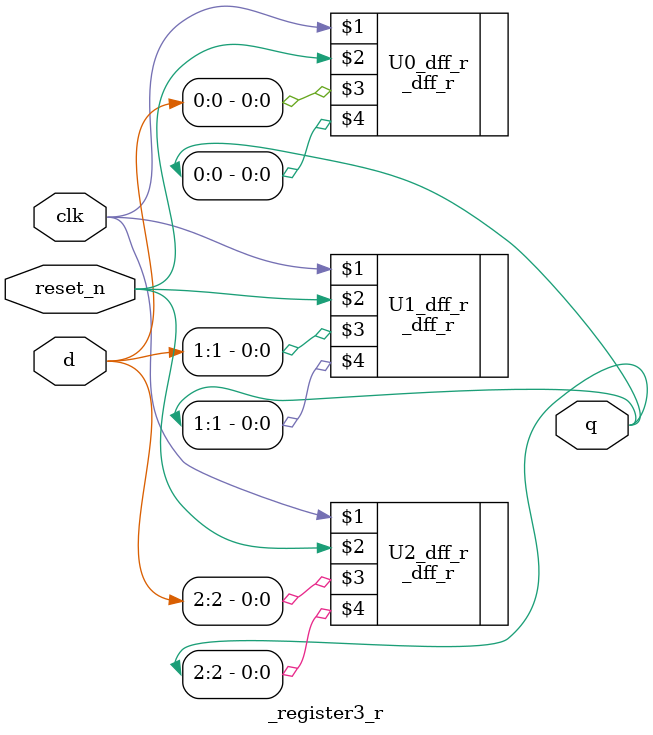
<source format=v>
module _register3_r(clk, reset_n, d, q);
input clk, reset_n;
input[2:0] d;
output[2:0] q;

_dff_r U0_dff_r(clk, reset_n, d[0], q[0]);
_dff_r U1_dff_r(clk, reset_n, d[1], q[1]);
_dff_r U2_dff_r(clk, reset_n, d[2], q[2]);
endmodule

</source>
